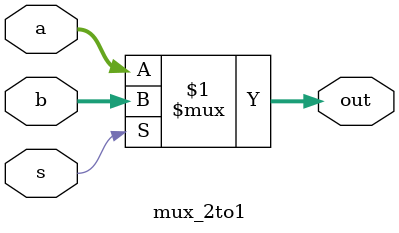
<source format=v>
module mux_2to1 (input [2:0] a, input [2:0] b, input s, output [2:0] out);   
 
   assign out = s ? b : a;  
  
endmodule
</source>
